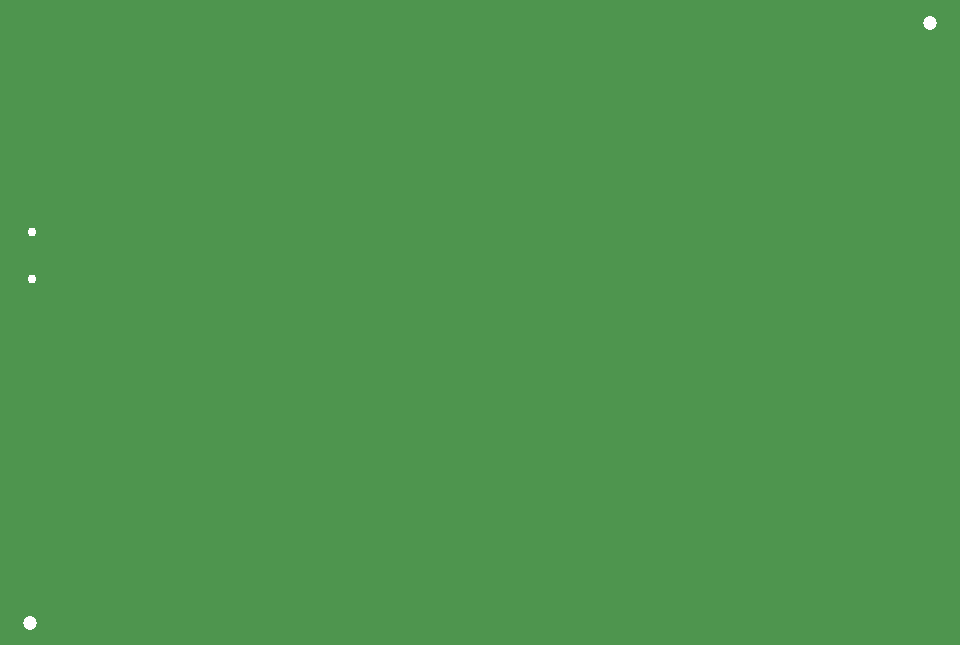
<source format=gbs>
G04 EAGLE Gerber RS-274X export*
G75*
%MOMM*%
%FSLAX34Y34*%
%LPD*%
%INSoldermask Bottom*%
%IPNEG*%
%AMOC8*
5,1,8,0,0,1.08239X$1,22.5*%
G01*
%ADD10C,1.203200*%
%ADD11C,0.753200*%


D10*
X892250Y130250D03*
X130250Y-377750D03*
D11*
X131990Y-47310D03*
X131990Y-87310D03*
M02*

</source>
